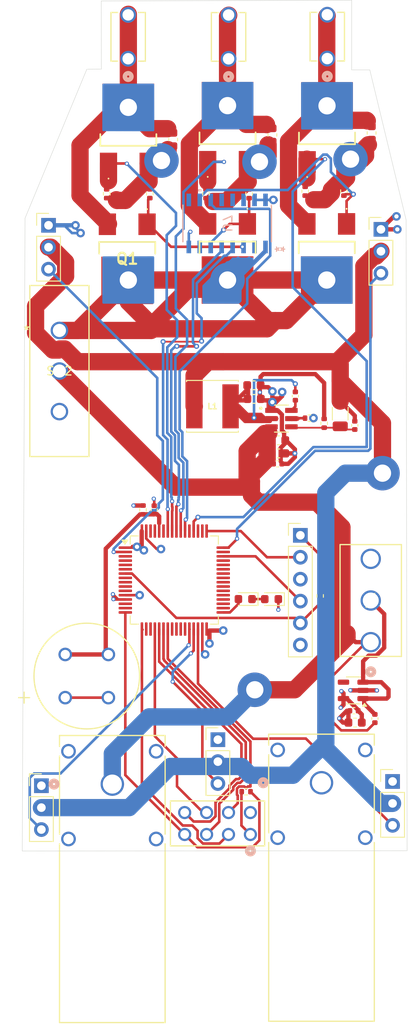
<source format=kicad_pcb>
(kicad_pcb (version 20241229) (generator "pcbnew") (generator_version "9.0")
  (layers (0 "F.Cu" signal) (4 "In1.Cu" power) (6 "In2.Cu" power) (2 "B.Cu" signal) (13 "F.Paste" user) (15 "B.Paste" user) (5 "F.SilkS" user "F.Silkscreen") (7 "B.SilkS" user "B.Silkscreen") (1 "F.Mask" user) (3 "B.Mask" user) (25 "Edge.Cuts" user))
  (net 0 "")
  (net 2 "Net-(D1-A)")
  (net 3 "SPI1_MOSI")
  (net 7 "SPI1_SCK")
  (net 8 "SPI1_CSN")
  (net 9 "SPI1_MISO")
  (net 10 "Vbatt")
  (net 11 "Sw_2")
  (net 14 "SWDIO")
  (net 15 "SWCLK")
  (net 17 "NRST")
  (net 24 "S1_BOOSTED")
  (net 25 "Sw_1")
  (net 31 "Net-(D1-K)")
  (net 34 "Vdc")
  (net 38 "LoadA")
  (net 41 "LoadB")
  (net 42 "LoadC")
  (net 44 "GND")
  (net 47 "V_in")
  (net 48 "+3.3V")
  (net 49 "NRF_IRQ")
  (net 50 "NRF_CE")
  (net 52 "S1")
  (net 53 "S2")
  (net 54 "S3")
  (net 55 "S4")
  (net 56 "S5")
  (net 57 "S6")
  (net 58 "Net-(U2-BOOT0)")
  (net 61 "S3_BOOSTED")
  (net 65 "Net-(U4-SW)")
  (net 66 "Vbst")
  (net 67 "+5V")
  (net 68 "Net-(U4-VFB)")
  (net 69 "LFlap")
  (net 70 "RFlap")
  (net 71 "LElevator")
  (net 72 "RElevator")
  (net 73 "Rudder")
  (net 74 "Net-(U4-EN)")
  (net 75 "S5_BOOSTED")
  (net 78 "DRIVER_ENABLE")
  (footprint "Capacitor_SMD:C_0402_1005Metric" (layer "F.Cu") (at 128.08 107.79 90)
    (property "Reference" "C23" (hide yes))
    (property "Value" "0.1uF")
  )
  (footprint "Capacitor_SMD:C_0402_1005Metric" (layer "F.Cu") (at 118.86 70.44 -90)
    (property "Reference" "C13" (hide yes))
    (property "Value" "0.1uF" (hide yes))
  )
  (footprint "Library3:RJF0408JPD01J3" (layer "F.Cu") (at 111 55.3 180)
    (property "Reference" "Q5" (hide yes))
    (property "Value" "RJF0408JPD-01#J3" (hide yes))
  )
  (footprint "Capacitor_SMD:C_0603_1608Metric" (layer "F.Cu") (at 116.2 40.2 -90)
    (property "Reference" "C9" (hide yes))
    (property "Value" "10uF" (hide yes))
  )
  (footprint "Library3:RJF0408JPD01J3" (layer "F.Cu") (at 99.37 55.34 180)
    (property "Reference" "Q1")
    (property "Value" "RJF0408JPD-01#J3" (hide yes))
  )
  (footprint "Libary1:500SSP1_EWI" (layer "F.Cu") (at 91.51 62.839999)
    (property "Reference" "SW2")
    (property "Value" "500SSP1S2M2QEA")
  )
  (footprint "Library3:RJF0408JPD01J3" (layer "F.Cu") (at 111 38.5)
    (property "Reference" "Q6" (hide yes))
    (property "Value" "RJF0408JPD-01#J3" (hide yes))
  )
  (footprint "Capacitor_SMD:C_0603_1608Metric" (layer "F.Cu") (at 104.7 40.725 -90)
    (property "Reference" "C8" (hide yes))
    (property "Value" "10u" (hide yes))
  )
  (footprint "Resistor_SMD:R_0402_1005Metric" (layer "F.Cu") (at 121.73 93.59 -90)
    (property "Reference" "R1" (hide yes))
    (property "Value" "10k" (hide yes))
  )
  (footprint "Library3:RJF0408JPD01J3" (layer "F.Cu") (at 99.5 38.7)
    (property "Reference" "Q3" (hide yes))
    (property "Value" "RJF0408JPD-01#J3" (hide yes))
  )
  (footprint "Capacitor_SMD:C_0603_1608Metric" (layer "F.Cu") (at 114.08 70.77)
    (property "Reference" "C12" (hide yes))
    (property "Value" "22uF" (hide yes))
  )
  (footprint "Libary1:CONN_105-1102-001" (layer "F.Cu") (at 99.48 31.37 90)
    (property "Reference" "J2" (hide yes))
    (property "Value" "105-1103-001" (hide yes))
  )
  (footprint "Library2:ANT13SEC_CRS" (layer "F.Cu") (at 127.6 98.946 90)
    (property "Reference" "U1")
    (property "Value" "ANT13SECQE" (hide yes))
  )
  (footprint "Capacitor_SMD:C_0402_1005Metric" (layer "F.Cu") (at 125.66 106.89 180)
    (property "Reference" "C2" (hide yes))
    (property "Value" "1uF" (hide yes))
  )
  (footprint "Resistor_SMD:R_0402_1005Metric" (layer "F.Cu") (at 101.2 83.63 90)
    (property "Reference" "R3" (hide yes))
    (property "Value" "10k" (hide yes))
  )
  (footprint "Resistor_SMD:R_0402_1005Metric" (layer "F.Cu") (at 101.99 47 90)
    (property "Reference" "R4" (hide yes))
    (property "Value" "10k" (hide yes))
  )
  (footprint "Library2:CON8_2X4_TU_SSQ" (layer "F.Cu") (at 109.84 119.95)
    (property "Reference" "J1" (hide yes))
    (property "Value" "SSW-104-01-T-D-LL" (hide yes))
  )
  (footprint "Capacitor_SMD:C_0603_1608Metric" (layer "F.Cu") (at 125.785 108.26 180)
    (property "Reference" "C1" (hide yes))
    (property "Value" "10uF" (hide yes))
  )
  (footprint "Resistor_SMD:R_1206_3216Metric" (layer "F.Cu") (at 124.06 72.4825 -90)
    (property "Reference" "R11" (hide yes))
    (property "Value" "54.9k" (hide yes))
  )
  (footprint "Libary1:CONN1_FCR7350R_CLF" (layer "F.Cu") (at 97.6434 115.382695)
    (property "Reference" "J9")
    (property "Value" "FCR7350R")
  )
  (footprint "Connector_PinHeader_2.54mm:PinHeader_1x03_P2.54mm_Vertical" (layer "F.Cu") (at 89.42 115.57)
    (property "Reference" "J12" (hide yes))
    (property "Value" "Conn_01x03" (hide yes))
  )
  (footprint "Package_QFP:LQFP-64_10x10mm_P0.5mm" (layer "F.Cu") (at 104.825 91.75)
    (property "Reference" "U2" (hide yes))
    (property "Value" "STM32F030R8Tx" (hide yes))
  )
  (footprint "Libary1:CONN_105-1102-001" (layer "F.Cu") (at 111.12 31.38 90)
    (property "Reference" "J4" (hide yes))
    (property "Value" "105-1103-001" (hide yes))
  )
  (footprint "Connector_PinHeader_2.54mm:PinHeader_1x03_P2.54mm_Vertical" (layer "F.Cu") (at 109.88 110.24)
    (property "Reference" "J14" (hide yes))
    (property "Value" "Conn_01x03" (hide yes))
  )
  (footprint "Library3:RJF0408JPD01J3" (layer "F.Cu") (at 122.5 55.3 180)
    (property "Reference" "Q9" (hide yes))
    (property "Value" "RJF0408JPD-01#J3" (hide yes))
  )
  (footprint "Package_TO_SOT_SMD:SOT-23-5" (layer "F.Cu") (at 125.5775 104.53 180)
    (property "Reference" "U3" (hide yes))
    (property "Value" "MIC5205-3.3YM5" (hide yes))
  )
  (footprint "Connector_PinHeader_2.54mm:PinHeader_1x03_P2.54mm_Vertical" (layer "F.Cu") (at 130.13 115.08)
    (property "Reference" "J13" (hide yes))
    (property "Value" "Conn_01x03" (hide yes))
  )
  (footprint "Resistor_SMD:R_0402_1005Metric" (layer "F.Cu") (at 113.5 47.01 90)
    (property "Reference" "R8" (hide yes))
    (property "Value" "10k" (hide yes))
  )
  (footprint "Resistor_SMD:R_0402_1005Metric" (layer "F.Cu") (at 120.49 73 180)
    (property "Reference" "R7" (hide yes))
    (property "Value" "10k" (hide yes))
  )
  (footprint "Capacitor_SMD:C_0603_1608Metric" (layer "F.Cu") (at 116.915 75.56)
    (property "Reference" "C5" (hide yes))
    (property "Value" "10uF" (hide yes))
  )
  (footprint "Libary1:3.3uH" (layer "F.Cu") (at 109.25 71.63 180)
    (property "Reference" "L1")
    (property "Value" "3.3 uH" (hide yes))
  )
  (footprint "Diode_SMD:D_0603_1608Metric" (layer "F.Cu") (at 116.1 93.96 180)
    (property "Reference" "R20" (hide yes))
    (property "Value" "1k" (hide yes))
  )
  (footprint "Capacitor_SMD:C_0402_1005Metric" (layer "F.Cu") (at 125.75 73.8325 -90)
    (property "Reference" "C14" (hide yes))
    (property "Value" "0.1uF" (hide yes))
  )
  (footprint "Resistor_SMD:R_0402_1005Metric" (layer "F.Cu") (at 108.5 47.01 -90)
    (property "Reference" "R9" (hide yes))
    (property "Value" "10k" (hide yes))
  )
  (footprint "Resistor_SMD:R_0402_1005Metric" (layer "F.Cu") (at 122.2 73.5925 -90)
    (property "Reference" "R10" (hide yes))
    (property "Value" "10k" (hide yes))
  )
  (footprint "Resistor_SMD:R_0402_1005Metric" (layer "F.Cu") (at 120 46.71 -90)
    (property "Reference" "R5" (hide yes))
    (property "Value" "10k" (hide yes))
  )
  (footprint "Capacitor_SMD:C_0603_1608Metric" (layer "F.Cu") (at 127.7 39.97 -90)
    (property "Reference" "C10" (hide yes))
    (property "Value" "10uF" (hide yes))
  )
  (footprint "Resistor_SMD:R_0402_1005Metric" (layer "F.Cu") (at 113.15 116.26 180)
    (property "Reference" "R2" (hide yes))
    (property "Value" "10k" (hide yes))
  )
  (footprint "Libary1:ServoVoltageRegulator" (layer "F.Cu") (at 117.245 73.05)
    (property "Reference" "U4" (hide yes))
    (property "Value" "TPS565201DDCR" (hide yes))
  )
  (footprint "Library2:D6R90_CNK" (layer "F.Cu") (at 92.185505 105.37 90)
    (property "Reference" "SW1" (hide yes))
    (property "Value" "D6R90F2LFS" (hide yes))
  )
  (footprint "Diode_SMD:D_0603_1608Metric" (layer "F.Cu") (at 113.047 93.955 180)
    (property "Reference" "D1" (hide yes))
    (property "Value" "LED" (hide yes))
  )
  (footprint "Connector_PinHeader_2.54mm:PinHeader_1x03_P2.54mm_Vertical" (layer "F.Cu") (at 128.78 51.13)
    (property "Reference" "J11" (hide yes))
    (property "Value" "Conn_01x03" (hide yes))
  )
  (footprint "Libary1:CONN_105-1102-001" (layer "F.Cu") (at 122.56 31.35 90)
    (property "Reference" "J5" (hide yes))
    (property "Value" "105-1103-001" (hide yes))
  )
  (footprint "Resistor_SMD:R_0402_1005Metric" (layer "F.Cu") (at 96.99 47 -90)
    (property "Reference" "R6" (hide yes))
    (property "Value" "10k" (hide yes))
  )
  (footprint "Capacitor_SMD:C_0603_1608Metric" (layer "F.Cu") (at 114.055 69.19)
    (property "Reference" "C11" (hide yes))
    (property "Value" "22uF" (hide yes))
  )
  (footprint "Capacitor_SMD:C_0402_1005Metric" (layer "F.Cu") (at 102.5 83.62 90)
    (property "Reference" "C4" (hide yes))
    (property "Value" "0.1uF" (hide yes))
  )
  (footprint "Libary1:CONN1_FCR7350R_CLF" (layer "F.Cu") (at 121.89 115.23)
    (property "Reference" "J8")
    (property "Value" "FCR7350R")
  )
  (footprint "Connector_PinHeader_2.54mm:PinHeader_1x06_P2.54mm_Vertical" (layer "F.Cu") (at 119.44 86.57)
    (property "Reference" "J3" (hide yes))
    (property "Value" "Conn_01x06" (hide yes))
  )
  (footprint "Resistor_SMD:R_0402_1005Metric" (layer "F.Cu") (at 124.49 46.71 90)
    (property "Reference" "R12" (hide yes))
    (property "Value" "10k" (hide yes))
  )
  (footprint "Capacitor_SMD:C_0603_1608Metric" (layer "F.Cu") (at 116.915 77.08)
    (property "Reference" "C6" (hide yes))
    (property "Value" "10uF" (hide yes))
  )
  (footprint "Connector_PinHeader_2.54mm:PinHeader_1x03_P2.54mm_Vertical" (layer "F.Cu") (at 90.25 50.66)
    (property "Reference" "J10" (hide yes))
    (property "Value" "Conn_01x03" (hide yes))
  )
  (footprint "Capacitor_SMD:C_0402_1005Metric" (layer "F.Cu") (at 116.81 78.29)
    (property "Reference" "C7" (hide yes))
    (property "Value" "0.1uF" (hide yes))
  )
  (footprint "Library3:RJF0408JPD01J3" (layer "F.Cu") (at 122.53 38.52)
    (property "Reference" "Q10" (hide yes))
    (property "Value" "RJF0408JPD-01#J3" (hide yes))
  )
  (footprint "Libary1:SO16_SOT109-1_NEX" (layer "B.Cu") (at 110.955 50.44585 90)
    (property "Reference" "U7")
    (property "Value" "HEF4104BT_653")
  )
  (gr_line (start 87.525 49.84) (end 94.69 32.58) (stroke (width 0.05)) (layer "Edge.Cuts"))
  (gr_line (start 94.69 32.58) (end 96.37 32.57) (stroke (width 0.05)) (layer "Edge.Cuts"))
  (gr_line (start 127.49 32.66) (end 131.7 50.04) (stroke (width 0.05)) (layer "Edge.Cuts"))
  (gr_line (start 127.49 32.66) (end 125.39 32.66) (stroke (width 0.05)) (layer "Edge.Cuts"))
  (gr_line (start 125.39 24.59) (end 125.39 32.66) (stroke (width 0.05)) (layer "Edge.Cuts"))
  (gr_line (start 96.37 32.57) (end 96.36 24.68) (stroke (width 0.05)) (layer "Edge.Cuts"))
  (gr_line (start 87.2025 123.135) (end 87.525 49.84) (stroke (width 0.05)) (layer "Edge.Cuts"))
  (gr_line (start 131.7 50.04) (end 131.810355 123.105042) (stroke (width 0.05)) (layer "Edge.Cuts"))
  (gr_line (start 96.36 24.68) (end 125.39 24.59) (stroke (width 0.05)) (layer "Edge.Cuts"))
  (gr_line (start 131.810355 123.105042) (end 87.2025 123.135) (stroke (width 0.05)) (layer "Edge.Cuts"))
  (segment (start 112.2595 94.516796) (end 112.2595 93.955) (width 0.3) (layer "F.Cu") (net 2))
  (segment (start 111.276296 95.5) (end 112.2595 94.516796) (width 0.3) (layer "F.Cu") (net 2))
  (segment (start 110.5 95.5) (end 111.276296 95.5) (width 0.3) (layer "F.Cu") (net 2))
  (segment (start 110.038 117.659812) (end 110.038 119.752) (width 0.3) (layer "F.Cu") (net 3))
  (segment (start 103.575 97.425) (end 103.575 100.885) (width 0.3) (layer "F.Cu") (net 3))
  (segment (start 112.463812 115.234) (end 112.152904 115.234) (width 0.3) (layer "F.Cu") (net 3))
  (segment (start 113.11 114.587812) (end 112.463812 115.234) (width 0.3) (layer "F.Cu") (net 3))
  (segment (start 103.647 100.957) (end 103.647 101.052284) (width 0.3) (layer "F.Cu") (net 3))
  (segment (start 103.647 101.052284) (end 113.11 110.515284) (width 0.3) (layer "F.Cu") (net 3))
  (segment (start 112.152904 115.234) (end 111.664 115.722905) (width 0.3) (layer "F.Cu") (net 3))
  (segment (start 111.664 115.722905) (end 111.664 116.033812) (width 0.3) (layer "F.Cu") (net 3))
  (segment (start 103.575 100.885) (end 103.647 100.957) (width 0.3) (layer "F.Cu") (net 3))
  (segment (start 111.664 116.033812) (end 110.038 117.659812) (width 0.3) (layer "F.Cu") (net 3))
  (segment (start 110.038 119.752) (end 108.57 121.22) (width 0.3) (layer "F.Cu") (net 3))
  (segment (start 113.11 110.515284) (end 113.11 114.587812) (width 0.3) (layer "F.Cu") (net 3))
  (segment (start 108.57 118.68) (end 108.174767 118.68) (width 0.3) (layer "F.Cu") (net 7))
  (segment (start 108.174767 118.68) (end 105.142 115.647233) (width 0.3) (layer "F.Cu") (net 7))
  (segment (start 105.142 115.647233) (end 105.142 112.404789) (width 0.3) (layer "F.Cu") (net 7))
  (segment (start 105.142 112.404789) (end 102.575 109.837789) (width 0.3) (layer "F.Cu") (net 7))
  (segment (start 102.575 109.837789) (end 102.575 97.425) (width 0.3) (layer "F.Cu") (net 7))
  (segment (start 108.149217 122.27) (end 110.06 122.27) (width 0.3) (layer "F.Cu") (net 8))
  (segment (start 101.075 97.425) (end 101.075 115.445) (width 0.3) (layer "F.Cu") (net 8))
  (segment (start 101.075 115.445) (end 105.81 120.18) (width 0.3) (layer "F.Cu") (net 8))
  (segment (start 110.06 122.27) (end 111.11 121.22) (width 0.3) (layer "F.Cu") (net 8))
  (segment (start 107.53 121.650783) (end 108.149217 122.27) (width 0.3) (layer "F.Cu") (net 8))
  (segment (start 107.53 120.789217) (end 107.53 121.650783) (width 0.3) (layer "F.Cu") (net 8))
  (segment (start 101.075 97.425) (end 101.147 97.497) (width 0.3) (layer "F.Cu") (net 8))
  (segment (start 106.920783 120.18) (end 107.53 120.789217) (width 0.3) (layer "F.Cu") (net 8))
  (segment (start 105.81 120.18) (end 106.920783 120.18) (width 0.3) (layer "F.Cu") (net 8))
  (segment (start 109.000783 119.72) (end 107.07 119.72) (width 0.3) (layer "F.Cu") (net 9))
  (segment (start 111.97562 114.806001) (end 111.236 115.545622) (width 0.3) (layer "F.Cu") (net 9))
  (segment (start 112.61 110.74) (end 112.61 114.482529) (width 0.3) (layer "F.Cu") (net 9))
  (segment (start 109.61 117.482529) (end 109.61 119.110783) (width 0.3) (layer "F.Cu") (net 9))
  (segment (start 111.236 115.545622) (end 111.236 115.856528) (width 0.3) (layer "F.Cu") (net 9))
  (segment (start 112.61 114.482529) (end 112.286528 114.806) (width 0.3) (layer "F.Cu") (net 9))
  (segment (start 103.075 101.205) (end 112.61 110.74) (width 0.3) (layer "F.Cu") (net 9))
  (segment (start 111.236 115.856528) (end 109.61 117.482529) (width 0.3) (layer "F.Cu") (net 9))
  (segment (start 103.075 97.425) (end 103.075 101.205) (width 0.3) (layer "F.Cu") (net 9))
  (segment (start 109.61 119.110783) (end 109.000783 119.72) (width 0.3) (layer "F.Cu") (net 9))
  (segment (start 112.286528 114.806) (end 111.97562 114.806001) (width 0.3) (layer "F.Cu") (net 9))
  (segment (start 107.07 119.72) (end 106.03 118.68) (width 0.3) (layer "F.Cu") (net 9))
  (segment (start 124.26 85.64) (end 124.26 98.97) (width 2) (layer "F.Cu") (net 10))
  (segment (start 113.272 79.832) (end 113.272 76.823) (width 2) (layer "F.Cu") (net 10))
  (segment (start 115.35 77.98) (end 115.59 77.74) (width 2) (layer "F.Cu") (net 10))
  (segment (start 122.98 107.97) (end 122.98 103.05) (width 0.3) (layer "F.Cu") (net 10))
  (segment (start 124.85 98.38) (end 118.77 104.46) (width 2) (layer "F.Cu") (net 10))
  (segment (start 118.77 104.46) (end 114.16 104.46) (width 2) (layer "F.Cu") (net 10))
  (segment (start 115.73 74.77) (end 115.325 74.77) (width 2) (layer "F.Cu") (net 10))
  (segment (start 114.574 82.73) (end 121.35 82.73) (width 2) (layer "F.Cu") (net 10))
  (segment (start 113.77 80.33) (end 113.272 79.832) (width 2) (layer "F.Cu") (net 10))
  (segment (start 124.17 109.16) (end 122.98 107.97) (width 0.3) (layer "F.Cu") (net 10))
  (segment (start 113.272 79.832) (end 113.498 79.832) (width 2) (layer "F.Cu") (net 10))
  (segment (start 113.77 81.926) (end 114.574 82.73) (width 2) (layer "F.Cu") (net 10))
  (segment (start 115.59 77.74) (end 115.59 75.94) (width 2) (layer "F.Cu") (net 10))
  (segment (start 113.11 80.99) (end 104.96 80.99) (width 2) (layer "F.Cu") (net 10))
  (segment (start 124.85 97.9411) (end 124.85 98.38) (width 2) (layer "F.Cu") (net 10))
  (segment (start 128.08 108.27) (end 127.19 109.16) (width 0.3) (layer "F.Cu") (net 10))
  (segment (start 113.272 76.823) (end 114.044 76.051) (width 2) (layer "F.Cu") (net 10))
  (segment (start 121.35 82.73) (end 124.26 85.64) (width 2) (layer "F.Cu") (net 10))
  (segment (start 113.77 80.33) (end 113.11 80.99) (width 2) (layer "F.Cu") (net 10))
  (segment (start 122.98 103.05) (end 127.084 98.946) (width 0.3) (layer "F.Cu") (net 10))
  (segment (start 127.19 109.16) (end 124.17 109.16) (width 0.3) (layer "F.Cu") (net 10))
  (segment (start 115.325 74.77) (end 114.044 76.051) (width 2) (layer "F.Cu") (net 10))
  (segment (start 115.77 74.705) (end 115.795 74.705) (width 2) (layer "F.Cu") (net 10))
  (segment (start 113.498 79.832) (end 115.35 77.98) (width 2) (layer "F.Cu") (net 10))
  (segment (start 127.084 98.946) (end 127.6 98.946) (width 0.3) (layer "F.Cu") (net 10))
  (segment (start 127.6 98.946) (end 125.8549 98.946) (width 0.5) (layer "F.Cu") (net 10))
  (segment (start 115.795 74.705) (end 115.73 74.77) (width 2) (layer "F.Cu") (net 10))
  (segment (start 104.96 80.99) (end 91.51 67.54) (width 2) (layer "F.Cu") (net 10))
  (segment (start 125.8549 98.946) (end 124.85 97.9411) (width 0.5) (layer "F.Cu") (net 10))
  (segment (start 113.77 80.33) (end 113.77 81.926) (width 2) (layer "F.Cu") (net 10))
  (via (at 114.16 104.46) (size 4) (drill 2) (layers "F.Cu" "B.Cu") (net 10))
  (segment (start 101.9 107.6) (end 97.6434 111.8566) (width 2) (layer "B.Cu") (net 10))
  (segment (start 97.6434 111.8566) (end 97.6434 115.382695) (width 2) (layer "B.Cu") (net 10))
  (segment (start 111.02 107.6) (end 101.9 107.6) (width 2) (layer "B.Cu") (net 10))
  (segment (start 114.16 104.46) (end 111.02 107.6) (width 2) (layer "B.Cu") (net 10))
  (segment (start 114.25 89) (end 110.5 89) (width 0.3) (layer "F.Cu") (net 14))
  (segment (start 119.44 93.49) (end 119.44 94.19) (width 0.3) (layer "F.Cu") (net 14))
  (segment (start 119.44 94.19) (end 114.25 89) (width 0.3) (layer "F.Cu") (net 14))
  (segment (start 119.44 89.11) (end 115.569741 89.11) (width 0.3) (layer "F.Cu") (net 15))
  (segment (start 112.534741 86.075) (end 108.575 86.075) (width 0.3) (layer "F.Cu") (net 15))
  (segment (start 115.569741 89.11) (end 112.534741 86.075) (width 0.3) (layer "F.Cu") (net 15))
  (segment (start 119.33 89) (end 119.44 89.11) (width 0.3) (layer "F.Cu") (net 15))
  (segment (start 118.85 96.14) (end 119.44 96.73) (width 0.3) (layer "F.Cu") (net 17))
  (segment (start 105.066296 96.14) (end 118.85 96.14) (width 0.3) (layer "F.Cu") (net 17))
  (segment (start 99.15 91) (end 99.926296 91) (width 0.3) (layer "F.Cu") (net 17))
  (segment (start 121.73 94.44) (end 119.44 96.73) (width 0.3) (layer "F.Cu") (net 17))
  (segment (start 121.73 94.1) (end 121.73 94.44) (width 0.3) (layer "F.Cu") (net 17))
  (segment (start 99.926296 91) (end 105.066296 96.14) (width 0.3) (layer "F.Cu") (net 17))
  (segment (start 101.8 47.7) (end 101.99 47.51) (width 0.3) (layer "F.Cu") (net 24))
  (segment (start 101.8 50.5) (end 101.8 47.7) (width 0.3) (layer "F.Cu") (net 24))
  (segment (start 104.45 53.15) (end 112.73 53.15) (width 0.3) (layer "F.Cu") (net 24))
  (segment (start 101.8 50.5) (end 104.45 53.15) (width 0.3) (layer "F.Cu") (net 24))
  (via (at 112.73 53.15) (size 0.6) (drill 0.3) (layers "F.Cu" "B.Cu") (net 24))
  (segment (start 113.8345 93.955) (end 115.3075 93.955) (width 0.3) (layer "F.Cu") (net 31))
  (segment (start 115.3075 93.955) (end 115.3125 93.96) (width 0.3) (layer "F.Cu") (net 31))
  (segment (start 102.323 62.363) (end 99.5 59.54) (width 2) (layer "F.Cu") (net 34))
  (segment (start 116.53 61.7) (end 117.8 61.7) (width 2) (layer "F.Cu") (net 34))
  (segment (start 117.8 61.7) (end 122.5 57) (width 2) (layer "F.Cu") (net 34))
  (segment (start 115.58 62.65) (end 116.53 61.7) (width 2) (layer "F.Cu") (net 34))
  (segment (start 116.53 61.7) (end 115.7 61.7) (width 2) (layer "F.Cu") (net 34))
  (segment (start 111 57) (end 122.5 57) (width 2) (layer "F.Cu") (net 34))
  (segment (start 106.42 58.07) (end 107.92 58.07) (width 2) (layer "F.Cu") (net 34))
  (segment (start 99.5 59.54) (end 99.5 57) (width 2) (layer "F.Cu") (net 34))
  (segment (start 115.7 61.7) (end 111 57) (width 2) (layer "F.Cu") (net 34))
  (segment (start 102.323 62.65) (end 102.133001 62.839999) (width 2) (layer "F.Cu") (net 34))
  (segment (start 93.660001 62.839999) (end 99.5 57) (width 2) (layer "F.Cu") (net 34))
  (segment (start 102.323 62.65) (end 102.323 62.363) (width 2) (layer "F.Cu") (net 34))
  (segment (start 102.09 62.417) (end 102.09 62.4) (width 2) (layer "F.Cu") (net 34))
  (segment (start 91.51 62.839999) (end 93.660001 62.839999) (width 2) (layer "F.Cu") (net 34))
  (segment (start 102.323 62.65) (end 102.09 62.417) (width 2) (layer "F.Cu") (net 34))
  (segment (start 102.133001 62.839999) (end 91.51 62.839999) (width 2) (layer "F.Cu") (net 34))
  (segment (start 102.323 62.65) (end 115.58 62.65) (width 2) (layer "F.Cu") (net 34))
  (segment (start 99.5 57) (end 111 57) (width 2) (layer "F.Cu") (net 34))
  (segment (start 102.09 62.4) (end 106.42 58.07) (width 2) (layer "F.Cu") (net 34))
  (via (at 111 57) (size 4) (drill 2) (layers "F.Cu" "B.Cu") (net 34))
  (via (at 99.5 57) (size 4) (drill 2) (layers "F.Cu" "B.Cu") (net 34))
  (via (at 122.5 57) (size 4) (drill 2) (layers "F.Cu" "B.Cu") (net 34))
  (segment (start 115.4 53.17) (end 115.4 53.63355) (width 0.5) (layer "B.Cu") (net 34))
  (segment (start 112.03355 57) (end 111 57) (width 0.5) (layer "B.Cu") (net 34))
  (segment (start 115.4 53.63355) (end 112.03355 57) (width 0.5) (layer "B.Cu") (net 34))
  (segment (start 93.9 47.2) (end 93.9 41.4) (width 2) (layer "F.Cu") (net 38))
  (segment (start 99.5 37) (end 101.972 39.472) (width 2) (layer "F.Cu") (net 38))
  (segment (start 101.972 39.472) (end 104.068 39.472) (width 2) (layer "F.Cu") (net 38))
  (segment (start 97.2 50.5) (end 93.9 47.2) (width 2) (layer "F.Cu") (net 38))
  (segment (start 93.9 41.4) (end 98.3 37) (width 2) (layer "F.Cu") (net 38))
  (segment (start 99.5 37) (end 99.5 26.22) (width 2) (layer "F.Cu") (net 38))
  (segment (start 98.3 37) (end 99.5 37) (width 2) (layer "F.Cu") (net 38))
  (via (at 99.5 37) (size 4) (drill 2) (layers "F.Cu" "B.Cu") (net 38))
  (segment (start 111 36.8) (end 113.172 38.972) (width 2) (layer "F.Cu") (net 41))
  (segment (start 106.572 48.372) (end 106.572 41.228) (width 2) (layer "F.Cu") (net 41))
  (segment (start 115.492 38.972) (end 115.52 39) (width 2) (layer "F.Cu") (net 41))
  (segment (start 106.572 41.228) (end 111 36.8) (width 2) (layer "F.Cu") (net 41))
  (segment (start 113.172 38.972) (end 115.492 38.972) (width 2) (layer "F.Cu") (net 41))
  (segment (start 108.7 50.5) (end 106.572 48.372) (width 2) (layer "F.Cu") (net 41))
  (segment (start 111 36.8) (end 111 26.46465) (width 2) (layer "F.Cu") (net 41))
  (segment (start 111 26.46465) (end 111.13855 26.3261) (width 2) (layer "F.Cu") (net 41))
  (via (at 111 36.8) (size 4) (drill 2) (layers "F.Cu" "B.Cu") (net 41))
  (segment (start 118.072 40.928) (end 122.5 36.5) (width 2) (layer "F.Cu") (net 42))
  (segment (start 122.5 36.5) (end 122.5 26.45) (width 2) (layer "F.Cu") (net 42))
  (segment (start 122.5 26.45) (end 122.55 26.4) (width 2) (layer "F.Cu") (net 42))
  (segment (start 118.072 48.372) (end 118.072 40.928) (width 2) (layer "F.Cu") (net 42))
  (segment (start 120.2 50.5) (end 118.072 48.372) (width 2) (layer "F.Cu") (net 42))
  (segment (start 122.5 36.5) (end 124.5 38.5) (width 2) (layer "F.Cu") (net 42))
  (segment (start 127.13 38.5) (end 127.2 38.57) (width 2) (layer "F.Cu") (net 42))
  (segment (start 124.5 38.5) (end 127.13 38.5) (width 2) (layer "F.Cu") (net 42))
  (via (at 122.53 36.82) (size 4) (drill 2) (layers "F.Cu" "B.Cu") (net 42))
  (segment (start 117.33 70.36) (end 116.97 70.72) (width 0.3) (layer "F.Cu") (net 44))
  (segment (start 117.297 74.410416) (end 117.559584 74.673) (width 0.5) (layer "F.Cu") (net 44))
  (segment (start 114.825 69.41) (end 115.71 69.41) (width 0.5) (layer "F.Cu") (net 44))
  (segment (start 114.825 68.205) (end 115.14 67.89) (width 0.5) (layer "F.Cu") (net 44))
  (segment (start 117.33 69.97) (end 117.33 70.36) (width 0.3) (layer "F.Cu") (net 44))
  (segment (start 130.68 51.13) (end 130.88 51.13) (width 0.5) (layer "F.Cu") (net 44))
  (segment (start 101.575 86.945) (end 101.575 86.075) (width 0.3) (layer "F.Cu") (net 44))
  (segment (start 117.16 76.77) (end 117.16 76.44) (width 0.5) (layer "F.Cu") (net 44))
  (segment (start 114.745 70.01) (end 114.745 69.78) (width 0.5) (layer "F.Cu") (net 44))
  (segment (start 126.715 104.53) (end 128.3 104.53) (width 0.5) (layer "F.Cu") (net 44))
  (segment (start 116.61 71.16) (end 116.6 71.16) (width 0.5) (layer "F.Cu") (net 44))
  (segment (start 118.8 77.5) (end 118.81 77.51) (width 0.5) (layer "F.Cu") (net 44))
  (segment (start 118.8 77.12) (end 118.76 77.08) (width 0.5) (layer "F.Cu") (net 44))
  (segment (start 116.2 69.927) (end 116.2 69.9) (width 0.3) (layer "F.Cu") (net 44))
  (segment (start 122.26 47.7) (end 121 47.7) (width 2) (layer "F.Cu") (net 44))
  (segment (start 108.075 100.035) (end 108.4 100.36) (width 0.3) (layer "F.Cu") (net 44))
  (segment (start 101.34 45.6) (end 99.16 47.78) (width 2) (layer "F.Cu") (net 44))
  (segment (start 124.8 43.9) (end 124.8 45.16) (width 2) (layer "F.Cu") (net 44))
  (segment (start 124.8 43.9) (end 124.6 44.1) (width 2) (layer "F.Cu") (net 44))
  (segment (start 116.2 71.333) (end 116.08 71.453) (width 0.5) (layer "F.Cu") (net 44))
  (segment (start 128.78 51.13) (end 130.68 51.13) (width 0.5) (layer "F.Cu") (net 44))
  (segment (start 114.825 69.41) (end 114.825 68.205) (width 0.5) (layer "F.Cu") (net 44))
  (segment (start 98.190684 47.78) (end 98.111684 47.701) (width 2) (layer "F.Cu") (net 44))
  (segment (start 116.2 71.14) (end 116.2 71.333) (width 0.5) (layer "F.Cu") (net 44))
  (segment (start 118.8 76.62) (end 118.8 77.08) (width 0.5) (layer "F.Cu") (net 44))
  (segment (start 118.76 77.08) (end 117.69 77.08) (width 0.5) (layer "F.Cu") (net 44))
  (segment (start 114.835 70.685) (end 114.64 70.88) (width 0.5) (layer "F.Cu") (net 44))
  (segment (start 121.76 68.48) (end 122.2 68.92) (width 0.5) (layer "F.Cu") (net 44))
  (segment (start 104.1 42.4) (end 104.1 41.92) (width 2) (layer "F.Cu") (net 44))
  (segment (start 101.9 43.6) (end 101.9 45.6) (width 2) (layer "F.Cu") (net 44))
  (segment (start 113.3 45.5) (end 113.4 45.6) (width 2) (layer "F.Cu") (net 44))
  (segment (start 116.8875 95.19) (end 116.8875 95.2375) (width 0.3) (layer "F.Cu") (net 44))
  (segment (start 114.745 70.21) (end 114.745 70.01) (width 0.5) (layer "F.Cu") (net 44))
  (segment (start 116.2 70.65) (end 116.2 69.9) (width 0.5) (layer "F.Cu") (net 44))
  (segment (start 101.8 43.5) (end 101.9 43.6) (width 2) (layer "F.Cu") (net 44))
  (segment (start 117.33 69.97) (end 117.33 70.44) (width 0.5) (layer "F.Cu") (net 44))
  (segment (start 101.8 43.5) (end 103 43.5) (width 2) (layer "F.Cu") (net 44))
  (segment (start 115 43.3) (end 115.7 42.6) (width 2) (layer "F.Cu") (net 44))
  (segment (start 104.1 41.92) (end 104.07 41.89) (width 2) (layer "F.Cu") (net 44))
  (segment (start 118.8 77.08) (end 118.8 77.12) (width 0.5) (layer "F.Cu") (net 44))
  (segment (start 124.8 43) (end 124.8 43.9) (width 2) (layer "F.Cu") (net 44))
  (segment (start 124.83 106.89) (end 123.95 107.77) (width 0.5) (layer "F.Cu") (net 44))
  (segment (start 124.138 45.822) (end 123.778106 45.822) (width 2) (layer "F.Cu") (net 44))
  (segment (start 117.297 72.582) (end 117.297 74.410416) (width 0.5) (layer "F.Cu") (net 44))
  (segment (start 114.745 70.21) (end 114.745 70.88) (width 0.5) (layer "F.Cu") (net 44))
  (segment (start 113.3 45.5) (end 110.9 47.9) (width 2) (layer "F.Cu") (net 44))
  (segment (start 117.559584 74.673) (end 117.559584 75.429584) (width 0.5) (layer "F.Cu") (net 44))
  (segment (start 115.77 70.94) (end 116.05 70.94) (width 0.5) (layer "F.Cu") (net 44))
  (segment (start 103 43.5) (end 103.34 43.16) (width 2) (layer "F.Cu") (net 44))
  (segment (start 125.27 104.53) (end 125.25 104.51) (width 0.5) (layer "F.Cu") (net 44))
  (segment (start 121.17 67.89) (end 122.2 68.92) (width 0.5) (layer "F.Cu") (net 44))
  (segment (start 116.2 69.9) (end 116.2 71.14) (width 0.5) (layer "F.Cu") (net 44))
  (segment (start 123.042 46.558106) (end 123.042 46.918) (width 2) (layer "F.Cu") (net 44))
  (segment (start 103.34 43.16) (end 104.1 42.4) (width 2) (layer "F.Cu") (net 44))
  (segment (start 125.01 107.06) (end 125.18 106.89) (width 0.5) (layer "F.Cu") (net 44))
  (segment (start 116.8875 93.96) (end 116.8875 95.19) (width 0.3) (layer "F.Cu") (net 44))
  (segment (start 125.01 108.26) (end 125.01 107.06) (width 0.5) (layer "F.Cu") (net 44))
  (segment (start 115.7 42.6) (end 115.7 41.34) (width 2) (layer "F.Cu") (net 44))
  (segment (start 116.09 72.1) (end 116.815 72.1) (width 0.5) (layer "F.Cu") (net 44))
  (segment (start 117.76 75.56) (end 118.81 76.61) (width 0.5) (layer "F.Cu") (net 44))
  (segment (start 125.18 106.89) (end 124.83 106.89) (width 0.5) (layer "F.Cu") (net 44))
  (segment (start 125.26 43) (end 126.6 43) (width 2) (layer "F.Cu") (net 44))
  (segment (start 126.715 104.53) (end 125.27 104.53) (width 0.5) (layer "F.Cu") (net 44))
  (segment (start 99.15 93.5) (end 100.81 93.5) (width 0.3) (layer "F.Cu") (net 44))
  (segment (start 118.8 77.12) (end 118.8 77.5) (width 0.5) (layer "F.Cu") (net 44))
  (segment (start 128.3 104.53) (end 128.32 104.55) (width 0.5) (layer "F.Cu") (net 44))
  (segment (start 115.14 67.89) (end 121.17 67.89) (width 0.5) (layer "F.Cu") (net 44))
  (segment (start 117.69 75.56) (end 117.76 75.56) (width 0.5) (layer "F.Cu") (net 44))
  (segment (start 108.075 97.425) (end 108.075 100.035) (width 0.3) (layer "F.Cu") (net 44))
  (segment (start 114.745 70.88) (end 114.805 70.94) (width 0.5) (layer "F.Cu") (net 44))
  (segment (start 115.77 71.78) (end 115.77 70.94) (width 0.5) (layer "F.Cu") (net 44))
  (segment (start 100.81 93.5) (end 100.82 93.49) (width 0.3) (layer "F.Cu") (net 44))
  (segment (start 127 42.6) (end 127 41.66) (width 2) (layer "F.Cu") (net 44))
  (segment (start 123.042 46.918) (end 122.26 47.7) (width 2) (layer "F.Cu") (net 44))
  (segment (start 124.6 44.1) (end 124.6 45.3) (width 2) (layer "F.Cu") (net 44))
  (segment (start 116.8875 95.2375) (end 116.89 95.24) (width 0.3) (layer "F.Cu") (net 44))
  (segment (start 100.1 83.12) (end 101.2 83.12) (width 0.5) (layer "F.Cu") (net 44))
  (segment (start 116.08 71.453) (end 116.08 71.78) (width 0.5) (layer "F.Cu") (net 44))
  (segment (start 113.3 43.3) (end 114.7 43.3) (width 2) (layer "F.Cu") (net 44))
  (segment (start 116.97 70.72) (end 116.27 70.72) (width 0.5) (layer "F.Cu") (net 44))
  (segment (start 102.79 88.16) (end 101.575 86.945) (width 0.3) (layer "F.Cu") (net 44))
  (segment (start 118.03 78.29) (end 117.29 78.29) (width 0.5) (layer "F.Cu") (net 44))
  (segment (start 117.16 76.44) (end 117.69 75.91) (width 0.5) (layer "F.Cu") (net 44))
  (segment (start 116.307 71.883) (end 116.09 72.1) (width 0.5) (layer "F.Cu") (net 44))
  (segment (start 118.81 77.51) (end 118.03 78.29) (width 0.5) (layer "F.Cu") (net 44))
  (segment (start 116.307 71.453) (end 116.307 71.883) (width 0.5) (layer "F.Cu") (net 44))
  (segment (start 130.58 49.63) (end 130.28 49.63) (width 0.5) (layer "F.Cu") (net 44))
  (segment (start 116.815 72.1) (end 117.297 72.582) (width 0.5) (layer "F.Cu") (net 44))
  (segment (start 99.16 47.78) (end 98.190684 47.78) (width 2) (layer "F.Cu") (net 44))
  (segment (start 124.8 43) (end 125.26 43) (width 2) (layer "F.Cu") (net 44))
  (segment (start 116.27 70.72) (end 116.2 70.65) (width 0.5) (layer "F.Cu") (net 44))
  (segment (start 115.7 41.34) (end 115.69 41.33) (width 2) (layer "F.Cu") (net 44))
  (segment (start 116.05 70.94) (end 116.27 70.72) (width 0.5) (layer "F.Cu") (net 44))
  (segment (start 117.559584 75.429584) (end 117.69 75.56) (width 0.5) (layer "F.Cu") (net 44))
  (segment (start 127 41.66) (end 127.33 41.33) (width 2) (layer "F.Cu") (net 44))
  (segment (start 110.9 47.9) (end 109.3 47.9) (width 2) (layer "F.Cu") (net 44))
  (segment (start 114.7 43.3) (end 115 43.3) (width 2) (layer "F.Cu") (net 44))
  (segment (start 114.805 70.94) (end 115.77 70.94) (width 0.5) (layer "F.Cu") (net 44))
  (segment (start 118.81 76.61) (end 118.8 76.62) (width 0.5) (layer "F.Cu") (net 44))
  (segment (start 126.6 43) (end 127 42.6) (width 2) (layer "F.Cu") (net 44))
  (segment (start 116.09 72.1) (end 115.77 71.78) (width 0.5) (layer "F.Cu") (net 44))
  (segment (start 103.28 88.16) (end 102.79 88.16) (width 0.3) (layer "F.Cu") (net 44))
  (segment (start 117.16 78) (end 117.16 76.77) (width 0.5) (layer "F.Cu") (net 44))
  (segment (start 117.33 70.44) (end 116.61 71.16) (width 0.5) (layer "F.Cu") (net 44))
  (segment (start 123.778106 45.822) (end 123.042 46.558106) (width 2) (layer "F.Cu") (net 44))
  (segment (start 122.2 68.92) (end 122.2 73.0825) (width 0.5) (layer "F.Cu") (net 44))
  (segment (start 101.9 45.6) (end 101.34 45.6) (width 2) (layer "F.Cu") (net 44))
  (segment (start 125.01 108.26) (end 124.39 108.26) (width 0.5) (layer "F.Cu") (net 44))
  (segment (start 124.8 45.16) (end 124.138 45.822) (width 2) (layer "F.Cu") (net 44))
  (segment (start 115.71 69.41) (end 116.2 69.9) (width 0.5) (layer "F.Cu") (net 44))
  (segment (start 113.3 43.3) (end 113.3 45.5) (width 2) (layer "F.Cu") (net 44))
  (segment (start 116.6 71.16) (end 116.307 71.453) (width 0.5) (layer "F.Cu") (net 44))
  (segment (start 124.39 108.26) (end 123.95 107.82) (width 0.5) (layer "F.Cu") (net 44))
  (segment (start 130.28 49.63) (end 128.78 51.13) (width 0.5) (layer "F.Cu") (net 44))
  (via (at 93.37 50.66) (size 1) (drill 0.5) (layers "F.Cu" "B.Cu") (net 44))
  (via (at 130.68 51.13) (size 1) (drill 0.5) (layers "F.Cu" "B.Cu") (net 44))
  (via (at 114.7 43.3) (size 4) (drill 2) (layers "F.Cu" "B.Cu") (net 44))
  (via (at 93.96 51.56) (size 1) (drill 0.5) (layers "F.Cu" "B.Cu") (net 44))
  (via (at 103.28 88.16) (size 1) (drill 0.5) (layers "F.Cu" "B.Cu") (net 44))
  (via (at 116.2 71.14) (size 1) (drill 0.5) (layers "F.Cu" "B.Cu") (net 44))
  (via (at 116.8875 95.19) (size 0.5) (drill 0.27) (layers "F.Cu" "B.Cu") (net 44))
  (via (at 116.2 69.9) (size 1) (drill 0.5) (layers "F.Cu" "B.Cu") (net 44))
  (via (at 100.81 93.5) (size 1) (drill 0.5) (layers "F.Cu" "B.Cu") (net 44))
  (via (at 103.34 43.16) (size 4) (drill 2) (layers "F.Cu" "B.Cu") (net 44))
  (via (at 130.58 49.63) (size 1) (drill 0.5) (layers "F.Cu" "B.Cu") (net 44))
  (via (at 125.26 43) (size 4) (drill 2) (layers "F.Cu" "B.Cu") (net 44))
  (via (at 117.33 69.97) (size 1) (drill 0.5) (layers "F.Cu" "B.Cu") (net 44))
  (via (at 114.745 70.01) (size 0.5) (drill 0.27) (layers "F.Cu" "B.Cu") (net 44))
  (via (at 118.8 77.08) (size 0.6) (drill 0.3) (layers "F.Cu" "B.Cu") (net 44))
  (via (at 125.24 104.51) (size 0.5) (drill 0.27) (layers "F.Cu" "B.Cu") (net 44))
  (via (at 128.3 104.53) (size 0.5) (drill 0.27) (layers "F.Cu" "B.Cu") (net 44))
  (via (at 123.95 107.77) (size 0.5) (drill 0.27) (layers "F.Cu" "B.Cu") (net 44))
  (via (at 100.1 83.12) (size 0.5) (drill 0.27) (layers "F.Cu" "B.Cu") (net 44))
  (via (at 106.69 51.41) (size 0.5) (drill 0.27) (layers "F.Cu" "B.Cu") (net 44))
  (via (at 108.4 100.36) (size 1) (drill 0.5) (layers "F.Cu" "B.Cu") (net 44))
  (segment (start 106.51 53.17) (end 106.51 51.56) (width 0.3) (layer "B.Cu") (net 44))
  (segment (start 93.37 50.66) (end 93.37 50.97) (width 0.3) (layer "B.Cu") (net 44))
  (segment (start 90.25 50.66) (end 92.07 50.66) (width 0.5) (layer "B.Cu") (net 44))
  (segment (start 93.37 50.97) (end 93.96 51.56) (width 0.3) (layer "B.Cu") (net 44))
  (segment (start 92.07 50.66) (end 93.37 50.66) (width 0.5) (layer "B.Cu") (net 44))
  (segment (start 92.97 51.56) (end 92.07 50.66) (width 0.3) (layer "B.Cu") (net 44))
  (segment (start 93.96 51.56) (end 92.97 51.56) (width 0.3) (layer "B.Cu") (net 44))
  (segment (start 93.35 50.66) (end 93.37 50.66) (width 0.3) (layer "B.Cu") (net 44))
  (segment (start 106.51 51.56) (end 106.69 51.38) (width 0.3) (layer "B.Cu") (net 44))
  (segment (start 128.245801 100.5051) (end 129.1591 99.591801) (width 0.5) (layer "F.Cu") (net 47))
  (segment (start 128.08 107.31) (end 126.84 106.07) (width 0.5) (layer "F.Cu") (net 47))
  (segment (start 129.1591 98.7109) (end 129.16 98.71) (width 0.5) (layer "F.Cu") (net 47))
  (segment (start 129.1591 99.591801) (end 129.1591 98.7109) (width 0.5) (layer "F.Cu") (net 47))
  (segment (start 128.82 103.58) (end 129.66 104.42) (width 0.5) (layer "F.Cu") (net 47))
  (segment (start 129.45 105.48) (end 126.715 105.48) (width 0.5) (layer "F.Cu") (net 47))
  (segment (start 126.84 106.07) (end 126.84 105.605) (width 0.5) (layer "F.Cu") (net 47))
  (segment (start 129.16 95.68) (end 127.6 94.12) (width 0.5) (layer "F.Cu") (net 47))
  (segment (start 129.66 105.27) (end 129.45 105.48) (width 0.5) (layer "F.Cu") (net 47))
  (segment (start 126.84 105.605) (end 126.715 105.48) (width 0.5) (layer "F.Cu") (net 47))
  (segment (start 126.715 103.58) (end 128.82 103.58) (width 0.5) (layer "F.Cu") (net 47))
  (segment (start 127.3649 100.5051) (end 128.245801 100.5051) (width 0.5) (layer "F.Cu") (net 47))
  (segment (start 126.715 101.155) (end 127.3649 100.5051) (width 0.5) (layer "F.Cu") (net 47))
  (segment (start 129.16 98.71) (end 129.16 95.68) (width 0.5) (layer "F.Cu") (net 47))
  (segment (start 126.715 103.58) (end 126.715 101.155) (width 0.5) (layer "F.Cu") (net 47))
  (segment (start 129.66 104.42) (end 129.66 105.27) (width 0.5) (layer "F.Cu") (net 47))
  (segment (start 97.81 94) (end 97.71 93.9) (width 0.3) (layer "F.Cu") (net 48))
  (segment (start 121.73 88.86) (end 119.44 86.57) (width 0.3) (layer "F.Cu") (net 48))
  (segment (start 121.73 93.08) (end 121.73 88.86) (width 0.3) (layer "F.Cu") (net 48))
  (segment (start 110.5 97.6) (end 108.9 97.6) (width 0.5) (layer "F.Cu") (net 48))
  (segment (start 98.29 94) (end 98.29 93.97) (width 0.3) (layer "F.Cu") (net 48))
  (segment (start 101 88) (end 101 87.9) (width 0.5) (layer "F.Cu") (net 48))
  (segment (start 101.3 88.3) (end 101 88) (width 0.5) (layer "F.Cu") (net 48))
  (segment (start 126.56 108.26) (end 126.56 107.31) (width 0.5) (layer "F.Cu") (net 48))
  (segment (start 126.14 106.89) (end 126.14 106.803556) (width 0.5) (layer "F.Cu") (net 48))
  (segment (start 126.56 107.31) (end 126.14 106.89) (width 0.5) (layer "F.Cu") (net 48))
  (segment (start 102.5 82.38) (end 102.45 82.33) (width 0.3) (layer "F.Cu") (net 48))
  (segment (start 97.185495 105.37) (end 92.185505 105.37) (width 0.3) (layer "F.Cu") (net 48))
  (segment (start 99.15 94) (end 98.29 94) (width 0.3) (layer "F.Cu") (net 48))
  (segment (start 124.44 104.87) (end 124.19 104.62) (width 0.5) (layer "F.Cu") (net 48))
  (segment (start 126.14 106.803556) (end 124.816444 105.48) (width 0.5) (layer "F.Cu") (net 48))
  (segment (start 113.65 121.22) (end 112.61 120.18) (width 0.3) (layer "F.Cu") (net 48))
  (segment (start 98.29 93.97) (end 97.71 93.39) (width 0.3) (layer "F.Cu") (net 48))
  (segment (start 124.44 106.21) (end 124.115 106.535) (width 0.5) (layer "F.Cu") (net 48))
  (segment (start 101.047 87.853) (end 101.047 86.075) (width 0.5) (layer "F.Cu") (net 48))
  (segment (start 124.44 105.48) (end 124.44 106.21) (width 0.5) (layer "F.Cu") (net 48))
  (segment (start 124.44 105.48) (end 124.44 104.87) (width 0.5) (layer "F.Cu") (net 48))
  (segment (start 112.61 116.29) (end 112.64 116.26) (width 0.3) (layer "F.Cu") (net 48))
  (segment (start 100.9 87.9) (end 100.5 87.9) (width 0.5) (layer "F.Cu") (net 48))
  (segment (start 124.816444 105.48) (end 124.44 105.48) (width 0.5) (layer "F.Cu") (net 48))
  (segment (start 97.71 93.39) (end 97.71 93.9) (width 0.3) (layer "F.Cu") (net 48))
  (segment (start 97.71 93.9) (end 97.775 93.965) (width 0.3) (layer "F.Cu") (net 48))
  (segment (start 112.61 120.18) (end 112.61 116.29) (width 0.3) (layer "F.Cu") (net 48))
  (segment (start 101 87.9) (end 101.047 87.853) (width 0.5) (layer "F.Cu") (net 48))
  (segment (start 124.115 106.535) (end 124.1 106.55) (width 0.5) (layer "F.Cu") (net 48))
  (segment (start 101.3 88.3) (end 100.9 87.9) (width 0.5) (layer "F.Cu") (net 48))
  (segment (start 100.5 87.9) (end 100 87.9) (width 0.5) (layer "F.Cu") (net 48))
  (segment (start 108.9 97.6) (end 108.9 99.1) (width 0.5) (layer "F.Cu") (net 48))
  (segment (start 102.5 83.14) (end 102.5 82.38) (width 0.3) (layer "F.Cu") (net 48))
  (segment (start 97.775 93.965) (end 97.82 94.01) (width 0.3) (layer "F.Cu") (net 48))
  (segment (start 98.29 94) (end 97.81 94) (width 0.3) (layer "F.Cu") (net 48))
  (via (at 124.115 106.535) (size 0.5) (drill 0.27) (layers "F.Cu" "B.Cu") (net 48))
  (via (at 110.5 97.6) (size 1) (drill 0.5) (layers "F.Cu" "B.Cu") (net 48))
  (via (at 101.3 88.3) (size 1) (drill 0.5) (layers "F.Cu" "B.Cu") (net 48))
  (via (at 120.96 72.99) (size 1) (drill 0.5) (layers "F.Cu" "B.Cu") (net 48))
  (via (at 116.31 47.7217) (size 1) (drill 0.5) (layers "F.Cu" "B.Cu") (net 48))
  (via (at 124.19 104.62) (size 0.5) (drill 0.27) (layers "F.Cu" "B.Cu") (net 48))
  (via (at 102.45 82.33) (size 0.5) (drill 0.27) (layers "F.Cu" "B.Cu") (net 48))
  (via (at 97.775 93.965) (size 0.5) (drill 0.27) (layers "F.Cu" "B.Cu") (net 48))
  (via (at 100.5 87.9) (size 1) (drill 0.5) (layers "F.Cu" "B.Cu") (net 48))
  (via (at 97.71 93.39) (size 0.5) (drill 0.27) (layers "F.Cu" "B.Cu") (net 48))
  (via (at 108.9 99.1) (size 1) (drill 0.5) (layers "F.Cu" "B.Cu") (net 48))
  (segment (start 116.31 47.7217) (end 116.6517 47.7217) (width 0.3) (layer "B.Cu") (net 48))
  (segment (start 114.13 47.7217) (end 115.4 47.7217) (width 0.3) (layer "B.Cu") (net 48))
  (segment (start 116.6517 47.7217) (end 116.7 47.77) (width 0.3) (layer "B.Cu") (net 48))
  (segment (start 115.4 47.7217) (end 116.31 47.7217) (width 0.3) (layer "B.Cu") (net 48))
  (segment (start 114.69 121.9) (end 113.892 122.698) (width 0.3) (layer "F.Cu") (net 49))
  (segment (start 99.15 95.5) (end 99.15 114.34) (width 0.3) (layer "F.Cu") (net 49))
  (segment (start 113.66 116.26) (end 114.69 117.29) (width 0.3) (layer "F.Cu") (net 49))
  (segment (start 99.15 114.34) (end 106.03 121.22) (width 0.3) (layer "F.Cu") (net 49))
  (segment (start 114.69 117.29) (end 114.69 121.9) (width 0.3) (layer "F.Cu") (net 49))
  (segment (start 113.892 122.698) (end 107.508 122.698) (width 0.3) (layer "F.Cu") (net 49))
  (segment (start 107.508 122.698) (end 106.03 121.22) (width 0.3) (layer "F.Cu") (net 49))
  (segment (start 113.350188 115.662) (end 113.15 115.862188) (width 0.3) (layer "F.Cu") (net 50))
  (segment (start 113.65 110.45) (end 113.65 115.662) (width 0.3) (layer "F.Cu") (net 50))
  (segment (start 112.330188 115.662) (end 112.092 115.900188) (width 0.3) (layer "F.Cu") (net 50))
  (segment (start 113.15 115.862188) (end 112.949812 115.662) (width 0.3) (layer "F.Cu") (net 50))
  (segment (start 104.075 97.425) (end 104.075 100.875) (width 0.3) (layer "F.Cu") (net 50))
  (segment (start 112.182 116.709812) (end 112.182 117.608) (width 0.3) (layer "F.Cu") (net 50))
  (segment (start 112.182 117.608) (end 111.11 118.68) (width 0.3) (layer "F.Cu") (net 50))
  (segment (start 112.092 116.619812) (end 112.182 116.709812) (width 0.3) (layer "F.Cu") (net 50))
  (segment (start 112.949812 115.662) (end 112.330188 115.662) (width 0.3) (layer "F.Cu") (net 50))
  (segment (start 112.092 115.900188) (end 112.092 116.619812) (width 0.3) (layer "F.Cu") (net 50))
  (segment (start 113.65 115.662) (end 113.350188 115.662) (width 0.3) (layer "F.Cu") (net 50))
  (segment (start 104.075 100.875) (end 113.65 110.45) (width 0.3) (layer "F.Cu") (net 50))
  (segment (start 104.075 86.075) (end 104.075 83.53) (width 0.3) (layer "F.Cu") (net 52))
  (segment (start 107.927 64.14) (end 107.99 64.077) (width 0.2) (layer "F.Cu") (net 52))
  (segment (start 103.53 64.14) (end 107.927 64.14) (width 0.2) (layer "F.Cu") (net 52))
  (segment (start 104.075 83.53) (end 104.075 83.5) (width 0.3) (layer "F.Cu") (net 52))
  (via (at 107.99 64.077) (size 0.6) (drill 0.3) (layers "F.Cu" "B.Cu") (net 52))
  (via (at 104.075 83.53) (size 0.5) (drill 0.27) (layers "F.Cu" "B.Cu") (net 52))
  (via (at 103.53 64.14) (size 0.6) (drill 0.3) (layers "F.Cu" "B.Cu") (net 52))
  (segment (start 110.056421 54.722) (end 110.078 54.722) (width 0.3) (layer "B.Cu") (net 52))
  (segment (start 107.43 60.86) (end 107.43 57.37) (width 0.3) (layer "B.Cu") (net 52))
  (segment (start 107.43 57.37) (end 108.722 56.078) (width 0.3) (layer "B.Cu") (net 52))
  (segment (start 107.99 61.42) (end 107.43 60.86) (width 0.3) (layer "B.Cu") (net 52))
  (segment (start 108.722 56.078) (end 108.722 56.056421) (width 0.3) (layer "B.Cu") (net 52))
  (segment (start 107.99 64.077) (end 107.99 61.42) (width 0.3) (layer "B.Cu") (net 52))
  (segment (start 104.047 83.502) (end 104.075 83.53) (width 0.3) (layer "B.Cu") (net 52))
  (segment (start 108.722 56.056421) (end 110.056421 54.722) (width 0.3) (layer "B.Cu") (net 52))
  (segment (start 111.59 53.45295) (end 111.59 53.17) (width 0.3) (layer "B.Cu") (net 52))
  (segment (start 110.62175 54.17825) (end 110.8647 54.17825) (width 0.3) (layer "B.Cu") (net 52))
  (segment (start 103.53 74.96) (end 104.047 75.477) (width 0.3) (layer "B.Cu") (net 52))
  (segment (start 110.8647 54.17825) (end 111.59 53.45295) (width 0.3) (layer "B.Cu") (net 52))
  (segment (start 104.1 83.475) (end 104.075 83.5) (width 0.3) (layer "B.Cu") (net 52))
  (segment (start 103.53 64.14) (end 103.53 74.96) (width 0.3) (layer "B.Cu") (net 52))
  (segment (start 104.047 75.477) (end 104.047 83.502) (width 0.3) (layer "B.Cu") (net 52))
  (segment (start 110.078 54.722) (end 110.62175 54.17825) (width 0.3) (layer "B.Cu") (net 52))
  (segment (start 104.575 86.075) (end 104.575 83.746705) (width 0.3) (layer "F.Cu") (net 53))
  (segment (start 104.603 83.718705) (end 104.603 83.281295) (width 0.3) (layer "F.Cu") (net 53))
  (segment (start 104.575 83.746705) (end 104.603 83.718705) (width 0.3) (layer "F.Cu") (net 53))
  (segment (start 97.2 43.5) (end 99.3 43.5) (width 0.3) (layer "F.Cu") (net 53))
  (segment (start 104.603 83.281295) (end 104.575 83.253295) (width 0.3) (layer "F.Cu") (net 53))
  (segment (start 104.575 83.253295) (end 104.575 82.625) (width 0.3) (layer "F.Cu") (net 53))
  (segment (start 97.2 43.5) (end 97.2 45.5) (width 2) (layer "F.Cu") (net 53))
  (via (at 104.575 82.625) (size 0.5) (drill 0.27) (layers "F.Cu" "B.Cu") (net 53))
  (via (at 99.325 43.525) (size 0.5) (drill 0.27) (layers "F.Cu" "B.Cu") (net 53))
  (segment (start 105.022 50.275295) (end 105.028 50.281295) (width 0.3) (layer "B.Cu") (net 53))
  (segment (start 104.527996 82.530577) (end 104.527996 82.530583) (width 0.3) (layer "B.Cu") (net 53))
  (segment (start 104.528 82.530573) (end 104.527996 82.530577) (width 0.3) (layer "B.Cu") (net 53))
  (segment (start 104.528003 82.176016) (end 104.528 82.530573) (width 0.3) (layer "B.Cu") (net 53))
  (segment (start 105.16 63.639863) (end 104.01 64.789863) (width 0.3) (layer "B.Cu") (net 53))
  (segment (start 104.475 82.123013) (end 104.528003 82.176016) (width 0.3) (layer "B.Cu") (net 53))
  (segment (start 104.01 64.789863) (end 104.01 74.7) (width 0.3) (layer "B.Cu") (net 53))
  (segment (start 99.3 43.5) (end 99.325 43.525) (width 0.3) (layer "B.Cu") (net 53))
  (segment (start 105.028 50.718705) (end 103.95 51.796705) (width 0.3) (layer "B.Cu") (net 53))
  (segment (start 104.475 75.165) (end 104.475 82.123013) (width 0.3) (layer "B.Cu") (net 53))
  (segment (start 104.50429 82.55429) (end 104.575 82.625) (width 0.3) (layer "B.Cu") (net 53))
  (segment (start 104.01 74.7) (end 104.475 75.165) (width 0.3) (layer "B.Cu") (net 53))
  (segment (start 103.95 51.796705) (end 103.95 60.450137) (width 0.3) (layer "B.Cu") (net 53))
  (segment (start 99.325 43.525) (end 105.022 49.222) (width 0.3) (layer "B.Cu") (net 53))
  (segment (start 105.16 61.660137) (end 105.16 63.639863) (width 0.3) (layer "B.Cu") (net 53))
  (segment (start 105.028 50.281295) (end 105.028 50.718705) (width 0.3) (layer "B.Cu") (net 53))
  (segment (start 103.95 60.450137) (end 105.16 61.660137) (width 0.3) (layer "B.Cu") (net 53))
  (segment (start 105.022 49.222) (end 105.022 50.275295) (width 0.3) (layer "B.Cu") (net 53))
  (segment (start 104.527996 82.530583) (end 104.50429 82.55429) (width 0.3) (layer "B.Cu") (net 53))
  (segment (start 105.3 82.96) (end 105.3 82.9) (width 0.3) (layer "F.Cu") (net 54))
  (segment (start 107.403184 64.675971) (end 107.399155 64.68) (width 0.3) (layer "F.Cu") (net 54))
  (segment (start 107.399155 64.68) (end 105.135866 64.68) (width 0.3) (layer "F.Cu") (net 54))
  (segment (start 105.075 86.075) (end 105.072 86.072) (width 0.3) (layer "F.Cu") (net 54))
  (segment (start 105.072 86.072) (end 105.072 83.228) (width 0.3) (layer "F.Cu") (net 54))
  (segment (start 105.3 83) (end 105.3 82.96) (width 0.3) (layer "F.Cu") (net 54))
  (segment (start 105.072 83.228) (end 105.3 83) (width 0.3) (layer "F.Cu") (net 54))
  (via (at 105.3 82.96) (size 0.5) (drill 0.27) (layers "F.Cu" "B.Cu") (net 54))
  (via (at 107.403184 64.675971) (size 0.6) (drill 0.3) (layers "F.Cu" "B.Cu") (net 54))
  (via (at 105.12 64.667) (size 0.6) (drill 0.3) (layers "F.Cu" "B.Cu") (net 54))
  (segment (start 105.33 82.179295) (end 105.33 82.46) (width 0.3) (layer "B.Cu") (net 54))
  (segment (start 105.28 82.49) (end 105.28 82.88) (width 0.3) (layer "B.Cu") (net 54))
  (segment (start 104.903 74.987717) (end 104.903 77.943) (width 0.3) (layer "B.Cu") (net 54))
  (segment (start 105.36 78.4) (end 105.36 82.149295) (width 0.3) (layer "B.Cu") (net 54))
  (segment (start 107.002 61.532) (end 107.002 56.95155) (width 0.3) (layer "B.Cu") (net 54))
  (segment (start 105.12 64.667) (end 104.948866 64.667) (width 0.3) (layer "B.Cu") (net 54))
  (segment (start 105.33 82.46) (end 105.3 82.49) (width 0.3) (layer "B.Cu") (net 54))
  (segment (start 104.47 65.145866) (end 104.47 74.554716) (width 0.3) (layer "B.Cu") (net 54))
  (segment (start 106.99 61.544) (end 107.002 61.532) (width 0.3) (layer "B.Cu") (net 54))
  (segment (start 104.47 74.554716) (end 104.903 74.987717) (width 0.3) (layer "B.Cu") (net 54))
  (segment (start 107.403184 64.675971) (end 106.99 64.262787) (width 0.3) (layer "B.Cu") (net 54))
  (segment (start 106.99 64.262787) (end 106.99 61.544) (width 0.3) (layer "B.Cu") (net 54))
  (segment (start 107.002 56.95155) (end 110.32 53.63355) (width 0.3) (layer "B.Cu") (net 54))
  (segment (start 105.28 82.88) (end 105.3 82.9) (width 0.3) (layer "B.Cu") (net 54))
  (segment (start 105.36 82.149295) (end 105.33 82.179295) (width 0.3) (layer "B.Cu") (net 54))
  (segment (start 105.3 82.49) (end 105.28 82.49) (width 0.3) (layer "B.Cu") (net 54))
  (segment (start 104.948866 64.667) (end 104.47 65.145866) (width 0.3) (layer "B.Cu") (net 54))
  (segment (start 110.32 53.63355) (end 110.32 53.17) (width 0.3) (layer "B.Cu") (net 54))
  (segment (start 104.903 77.943) (end 105.36 78.4) (width 0.3) (layer "B.Cu") (net 54))
  (segment (start 108.7 43.3) (end 110.6 43.3) (width 0.3) (layer "F.Cu") (net 55))
  (segment (start 108.7 43.3) (end 108.7 45.6) (width 2) (layer "F.Cu") (net 55))
  (segment (start 105.575 86.075) (end 105.575 83.725) (width 0.3) (layer "F.Cu") (net 55))
  (segment (start 105.575 83.725) (end 105.6 83.7) (width 0.3) (layer "F.Cu") (net 55))
  (via (at 105.61 83.69) (size 0.5) (drill 0.27) (layers "F.Cu" "B.Cu") (net 55))
  (via (at 110.585 43.315) (size 0.5) (drill 0.27) (layers "F.Cu" "B.Cu") (net 55))
  (segment (start 105.88 78.156716) (end 105.88 83.42) (width 0.3) (layer "B.Cu") (net 55))
  (segment (start 105.89 46.81) (end 105.89 49.920729) (width 0.3) (layer "B.Cu") (net 55))
  (segment (start 105.88 83.42) (end 105.61 83.69) (width 0.3) (layer "B.Cu") (net 55))
  (segment (start 105.884 49.926729) (end 105.883999 51.073273) (width 0.3) (layer "B.Cu") (net 55))
  (segment (start 110.6 43.3) (end 110.585 43.315) (width 0.3) (layer "B.Cu") (net 55))
  (segment (start 105.331 74.801) (end 105.331 77.607715) (width 0.3) (layer "B.Cu") (net 55))
  (segment (start 106.31 64.53) (end 104.95 65.89) (width 0.3) (layer "B.Cu") (net 55))
  (segment (start 105.008 60.29757) (end 106.31 61.59957) (width 0.3) (layer "B.Cu") (net 55))
  (segment (start 105.883999 51.073273) (end 105.008 51.949272) (width 0.3) (layer "B.Cu") (net 55))
  (segment (start 104.95 74.42) (end 105.331 74.801) (width 0.3) (layer "B.Cu") (net 55))
  (segment (start 105.331 77.607715) (end 105.88 78.156716) (width 0.3) (layer "B.Cu") (net 55))
  (segment (start 109.385 43.315) (end 105.89 46.81) (width 0.3) (layer "B.Cu") (net 55))
  (segment (start 106.31 61.59957) (end 106.31 64.53) (width 0.3) (layer "B.Cu") (net 55))
  (segment (start 104.95 65.89) (end 104.95 74.42) (width 0.3) (layer "B.Cu") (net 55))
  (segment (start 105.61 83.69) (end 105.6 83.7) (width 0.3) (layer "B.Cu") (net 55))
  (segment (start 105.008 51.949272) (end 105.008 60.29757) (width 0.3) (layer "B.Cu") (net 55))
  (segment (start 110.585 43.315) (end 109.385 43.315) (width 0.3) (layer "B.Cu") (net 55))
  (segment (start 106.075 84.825) (end 106.075 86.075) (width 0.3) (layer "F.Cu") (net 56))
  (segment (start 106.155 84.745) (end 106.075 84.825) (width 0.3) (layer "F.Cu") (net 56))
  (segment (start 106.2 84.7) (end 106.155 84.745) (width 0.3) (layer "F.Cu") (net 56))
  (via (at 106.155 84.745) (size 0.5) (drill 0.27) (layers "F.Cu" "B.Cu") (net 56))
  (segment (start 115.801345 48.75195) (end 115.9447 48.895305) (width 0.3) (layer "B.Cu") (net 56))
  (segment (start 106.228 84.728) (end 106.2 84.7) (width 0.3) (layer "B.Cu") (net 56))
  (segment (start 115.9447 48.895305) (end 115.9447 54.17825) (width 0.3) (layer "B.Cu") (net 56))
  (segment (start 109.05 47.7217) (end 109.05 48.18525) (width 0.3) (layer "B.Cu") (net 56))
  (segment (start 109.05 48.18525) (end 109.6167 48.75195) (width 0.3) (layer "B.Cu") (net 56))
  (segment (start 105.45 74.314717) (end 105.759 74.623717) (width 0.3) (layer "B.Cu") (net 56))
  (segment (start 105.45 67.56) (end 105.45 74.314717) (width 0.3) (layer "B.Cu") (net 56))
  (segment (start 105.759 77.430432) (end 106.308 77.979433) (width 0.3) (layer "B.Cu") (net 56))
  (segment (start 115.9447 54.17825) (end 113.278 56.84495) (width 0.3) (layer "B.Cu") (net 56))
  (segment (start 105.759 74.623717) (end 105.759 77.430432) (width 0.3) (layer "B.Cu") (net 56))
  (segment (start 113.278 56.84495) (end 113.278 59.732) (width 0.3) (layer "B.Cu") (net 56))
  (segment (start 106.308 77.979433) (end 106.308 84.592) (width 0.3) (layer "B.Cu") (net 56))
  (segment (start 109.6167 48.75195) (end 115.801345 48.75195) (width 0.3) (layer "B.Cu") (net 56))
  (segment (start 113.278 59.732) (end 105.45 67.56) (width 0.3) (layer "B.Cu") (net 56))
  (segment (start 106.308 84.592) (end 106.155 84.745) (width 0.3) (layer "B.Cu") (net 56))
  (segment (start 120.2 43) (end 120.2 45.2) (width 2) (layer "F.Cu") (net 57))
  (segment (start 120.2 43) (end 122.3 43) (width 0.3) (layer "F.Cu") (net 57))
  (segment (start 107.075 84.965) (end 107.075 86.075) (width 0.3) (layer "F.Cu") (net 57))
  (segment (start 107.57 84.47) (end 107.075 84.965) (width 0.3) (layer "F.Cu") (net 57))
  (via (at 122.3 43) (size 0.5) (drill 0.27) (layers "F.Cu" "B.Cu") (net 57))
  (via (at 107.57 84.47) (size 0.6) (drill 0.3) (layers "F.Cu" "B.Cu") (net 57))
  (segment (start 107.58 84.46) (end 107.57 84.47) (width 0.3) (layer "B.Cu") (net 57))
  (segment (start 127.13 76.35) (end 120.945367 76.35) (width 0.3) (layer "B.Cu") (net 57))
  (segment (start 112.835367 84.46) (end 107.58 84.46) (width 0.3) (layer "B.Cu") (net 57))
  (segment (start 127.13 66.39) (end 127.13 76.35) (width 0.3) (layer "B.Cu") (net 57))
  (segment (start 118.55 46.75) (end 118.55 57.81) (width 0.3) (layer "B.Cu") (net 57))
  (segment (start 122.3 43) (end 118.55 46.75) (width 0.3) (layer "B.Cu") (net 57))
  (segment (start 120.945367 76.35) (end 112.835367 84.46) (width 0.3) (layer "B.Cu") (net 57))
  (segment (start 118.55 57.81) (end 127.13 66.39) (width 0.3) (layer "B.Cu") (net 57))
  (segment (start 96.88 100.064505) (end 97.185495 100.37) (width 0.5) (layer "F.Cu") (net 58))
  (segment (start 101.2 84.14) (end 100.86 84.14) (width 0.5) (layer "F.Cu") (net 58))
  (segment (start 102.46 84.14) (end 102.5 84.1) (width 0.5) (layer "F.Cu") (net 58))
  (segment (start 97.185495 100.37) (end 92.185505 100.37) (width 0.5) (layer "F.Cu") (net 58))
  (segment (start 102.5 84.1) (end 102.8 84.1) (width 0.5) (layer "F.Cu") (net 58))
  (segment (start 101.2 84.14) (end 102.46 84.14) (width 0.5) (layer "F.Cu") (net 58))
  (segment (start 103.075 84.375) (end 103.075 85.157282) (width 0.5) (layer "F.Cu") (net 58))
  (segment (start 102.8 84.1) (end 103.075 84.375) (width 0.5) (layer "F.Cu") (net 58))
  (segment (start 101.24 84.1) (end 101.2 84.14) (width 0.3) (layer "F.Cu") (net 58))
  (segment (start 96.88 88.12) (end 96.88 100.064505) (width 0.5) (layer "F.Cu") (net 58))
  (segment (start 100.86 84.14) (end 96.88 88.12) (width 0.5) (layer "F.Cu") (net 58))
  (segment (start 110.54 51.2) (end 111.24 50.5) (width 0.3) (layer "F.Cu") (net 61))
  (segment (start 113.5 50.3) (end 113.3 50.5) (width 0.3) (layer "F.Cu") (net 61))
  (segment (start 113.5 47.52) (end 113.5 50.3) (width 0.3) (layer "F.Cu") (net 61))
  (segment (start 111.24 50.5) (end 113.3 50.5) (width 0.3) (layer "F.Cu") (net 61))
  (via (at 110.54 51.2) (size 0.6) (drill 0.3) (layers "F.Cu" "B.Cu") (net 61))
  (segment (start 109.05 52.69) (end 110.54 51.2) (width 0.3) (layer "B.Cu") (net 61))
  (segment (start 109.05 53.17) (end 109.05 52.69) (width 0.3) (layer "B.Cu") (net 61))
  (segment (start 116.09 73.05) (end 115.29 73.05) (width 0.5) (layer "F.Cu") (net 65))
  (segment (start 112.3 71.63) (end 111.35 71.63) (width 0.5) (layer "F.Cu") (net 65))
  (segment (start 113.275 69.41) (end 113.275 69.705) (width 0.5) (layer "F.Cu") (net 65))
  (segment (start 113.29 72.62) (end 112.3 71.63) (width 0.5) (layer "F.Cu") (net 65))
  (segment (start 113.385 70.94) (end 111.775 70.94) (width 0.5) (layer "F.Cu") (net 65))
  (segment (start 113.047 73.327) (end 111.35 71.63) (width 0.5) (layer "F.Cu") (net 65))
  (segment (start 116.09 73.05) (end 116.653416 73.05) (width 0.5) (layer "F.Cu") (net 65))
  (segment (start 118.855 69.025) (end 118.855 69.955) (width 0.3) (layer "F.Cu") (net 65))
  (segment (start 113.275 69.705) (end 111.35 71.63) (width 0.5) (layer "F.Cu") (net 65))
  (segment (start 116.09 73.05) (end 115.9 73.24) (width 0.5) (layer "F.Cu") (net 65))
  (segment (start 115.9 73.327) (end 113.047 73.327) (width 0.5) (layer "F.Cu") (net 65))
  (segment (start 111.35 71.63) (end 112.62 72.9) (width 0.5) (layer "F.Cu") (net 65))
  (segment (start 115.29 73.05) (end 114.86 72.62) (width 0.5) (layer "F.Cu") (net 65))
  (segment (start 115.9 73.24) (end 115.9 73.327) (width 0.5) (layer "F.Cu") (net 65))
  (segment (start 112.35 72.14) (end 113.26 73.05) (width 0.5) (layer "F.Cu") (net 65))
  (segment (start 114.86 72.62) (end 113.29 72.62) (width 0.5) (layer "F.Cu") (net 65))
  (segment (start 113.385 69.38) (end 113.385 70.94) (width 0.5) (layer "F.Cu") (net 65))
  (segment (start 113.26 73.05) (end 116.09 73.05) (width 0.5) (layer "F.Cu") (net 65))
  (segment (start 118.855 69.955) (end 118.86 69.96) (width 0.3) (layer "F.Cu") (net 65))
  (via (at 118.855 69.025) (size 0.6) (drill 0.3) (layers "F.Cu" "B.Cu") (net 65))
  (via (at 114.07 72.95) (size 0.6) (drill 0.3) (layers "F.Cu" "B.Cu") (net 65))
  (segment (start 114.07 68.6) (end 114.07 72.95) (width 0.3) (layer "B.Cu") (net 65))
  (segment (start 118.43 68.6) (end 114.07 68.6) (width 0.3) (layer "B.Cu") (net 65))
  (segment (start 118.855 69.025) (end 118.43 68.6) (width 0.3) (layer "B.Cu") (net 65))
  (segment (start 118.44 72.06) (end 118.4 72.1) (width 0.5) (layer "F.Cu") (net 66))
  (segment (start 118.86 70.92) (end 118.86 71.64) (width 0.3) (layer "F.Cu") (net 66))
  (segment (start 118.86 71.64) (end 118.4 72.1) (width 0.3) (layer "F.Cu") (net 66))
  (segment (start 124.06 66.8) (end 124.06 68.69) (width 2) (layer "F.Cu") (net 67))
  (segment (start 128.96 79.37) (end 128.96 73.59) (width 2) (layer "F.Cu") (net 67))
  (segment (start 124.06 66.8) (end 124.06 71.02) (width 2) (layer "F.Cu") (net 67))
  (segment (start 127.960685 54.232) (end 126.802 55.390685) (width 2) (layer "F.Cu") (net 67))
  (segment (start 107.15 71.63) (end 107.34 71.44) (width 0.5) (layer "F.Cu") (net 67))
  (segment (start 128.96 73.59) (end 124.06 68.69) (width 2) (layer "F.Cu") (net 67))
  (segment (start 128.218 54.232) (end 127.960685 54.232) (width 2) (layer "F.Cu") (net 67))
  (segment (start 108.72 66.46) (end 110.5 66.46) (width 2) (layer "F.Cu") (net 67))
  (segment (start 90.507315 53.2) (end 90.25 53.2) (width 2) (layer "F.Cu") (net 67))
  (segment (start 125.75 73.3525) (end 125.75 72.71) (width 0.5) (layer "F.Cu") (net 67))
  (segment (start 91.556001 64.983999) (end 91.43 65.11) (width 2) (layer "F.Cu") (net 67))
  (segment (start 110.5 66.46) (end 93.6 66.46) (width 2) (layer "F.Cu") (net 67))
  (segment (start 92.123999 64.983999) (end 91.556001 64.983999) (width 2) (layer "F.Cu") (net 67))
  (segment (start 125.75 72.71) (end 124.06 71.02) (width 0.5) (layer "F.Cu") (net 67))
  (segment (start 92.228 54.920685) (end 90.507315 53.2) (width 2) (layer "F.Cu") (net 67))
  (segment (start 88.748351 60.038964) (end 92.228 56.559315) (width 2) (layer "F.Cu") (net 67))
  (segment (start 107.12 68.06) (end 108.72 66.46) (width 2) (layer "F.Cu") (net 67))
  (segment (start 107.15 71.63) (end 107.12 71.6) (width 2) (layer "F.Cu") (net 67))
  (segment (start 123.72 66.46) (end 124.06 66.8) (width 2) (layer "F.Cu") (net 67))
  (segment (start 93.6 66.46) (end 92.123999 64.983999) (width 2) (layer "F.Cu") (net 67))
  (segment (start 91.43 65.11) (end 90.747927 65.11) (width 2) (layer "F.Cu") (net 67))
  (segment (start 110.5 66.46) (end 123.72 66.46) (width 2) (layer "F.Cu") (net 67))
  (segment (start 126.802 63.378) (end 126.802 55.390685) (width 2) (layer "F.Cu") (net 67))
  (segment (start 107.12 71.6) (end 107.12 68.06) (width 2) (layer "F.Cu") (net 67))
  (segment (start 90.747927 65.11) (end 88.748351 63.110424) (width 2) (layer "F.Cu") (net 67))
  (segment (start 123.72 66.46) (end 126.802 63.378) (width 2) (layer "F.Cu") (net 67))
  (segment (start 128.78 53.67) (end 128.218 54.232) (width 2) (layer "F.Cu") (net 67))
  (segment (start 92.228 56.559315) (end 92.228 54.920685) (width 2) (layer "F.Cu") (net 67))
  (segment (start 88.748351 63.110424) (end 88.748351 60.038964) (width 2) (layer "F.Cu") (net 67))
  (via (at 128.96 79.37) (size 4) (drill 2) (layers "F.Cu" "B.Cu") (net 67))
  (segment (start 128.96 79.37) (end 124.66 79.37) (width 2) (layer "B.Cu") (net 67))
  (segment (start 122.39 111.296) (end 122.39 108.648588) (width 2) (layer "B.Cu") (net 67))
  (segment (start 122.39 81.64) (end 122.39 108.648588) (width 2) (layer "B.Cu") (net 67))
  (segment (start 112.617945 113.342) (end 104.365919 113.342) (width 2) (layer "B.Cu") (net 67))
  (segment (start 118.579315 114.360685) (end 113.63663 114.360685) (width 2) (layer "B.Cu") (net 67))
  (segment (start 99.597919 118.11) (end 89.42 118.11) (width 2) (layer "B.Cu") (net 67))
  (segment (start 113.63663 114.360685) (end 112.617945 113.342) (width 2) (layer "B.Cu") (net 67))
  (segment (start 130.13 117.62) (end 128.714 117.62) (width 2) (layer "B.Cu") (net 67))
  (segment (start 128.714 117.62) (end 122.39 111.296) (width 2) (layer "B.Cu") (net 67))
  (segment (start 122.39 110.55) (end 118.579315 114.360685) (width 2) (layer "B.Cu") (net 67))
  (segment (start 122.39 108.648588) (end 122.39 110.55) (width 2) (layer "B.Cu") (net 67))
  (segment (start 124.66 79.37) (end 122.39 81.64) (width 2) (layer "B.Cu") (net 67))
  (segment (start 104.365919 113.342) (end 99.597919 118.11) (width 2) (layer "B.Cu") (net 67))
  (segment (start 125.75 74.3125) (end 124.4275 74.3125) (width 0.2) (layer "F.Cu") (net 68))
  (segment (start 122.2 74.1025) (end 123.9025 74.1025) (width 0.2) (layer "F.Cu") (net 68))
  (segment (start 123.9025 74.1025) (end 124.06 73.945) (width 0.5) (layer "F.Cu") (net 68))
  (segment (start 119.15 74.1025) (end 122.2 74.1025) (width 0.2) (layer "F.Cu") (net 68))
  (segment (start 99.15 88.5) (end 97.8 88.5) (width 0.3) (layer "F.Cu") (net 69))
  (via (at 97.8 88.5) (size 0.5) (drill 0.27) (layers "F.Cu" "B.Cu") (net 69))
  (segment (start 102.85 74.99) (end 102.85 68.34) (width 0.3) (layer "B.Cu") (net 69))
  (segment (start 103.018353 82.911647) (end 103.5 82.43) (width 0.3) (layer "B.Cu") (net 69))
  (segment (start 102.85 68.34) (end 90.25 55.74) (width 0.3) (layer "B.Cu") (net 69))
  (segment (start 103.5 75.64) (end 102.85 74.99) (width 0.3) (layer "B.Cu") (net 69))
  (segment (start 102.271648 83.658352) (end 102.281295 83.668) (width 0.3) (layer "B.Cu") (net 69))
  (segment (start 97.8 88.13) (end 102.271648 83.658352) (width 0.3) (layer "B.Cu") (net 69))
  (segment (start 103.028 82.921295) (end 103.018353 82.911647) (width 0.3) (layer "B.Cu") (net 69))
  (segment (start 103.028 83.358705) (end 103.028 82.921295) (width 0.3) (layer "B.Cu") (net 69))
  (segment (start 103.5 82.43) (end 103.5 75.64) (width 0.3) (layer "B.Cu") (net 69))
  (segment (start 102.718705 83.668) (end 103.028 83.358705) (width 0.3) (layer "B.Cu") (net 69))
  (segment (start 97.8 88.5) (end 97.8 88.13) (width 0.3) (layer "B.Cu") (net 69))
  (segment (start 102.281295 83.668) (end 102.718705 83.668) (width 0.3) (layer "B.Cu") (net 69))
  (segment (start 128.58 56.41) (end 128.78 56.21) (width 0.3) (layer "F.Cu") (net 70))
  (segment (start 110.5 88) (end 111.1 88) (width 0.3) (layer "F.Cu") (net 70))
  (segment (start 111.1 88) (end 112.1 87) (width 0.3) (layer "F.Cu") (net 70))
  (via (at 112.1 86.96) (size 0.5) (drill 0.27) (layers "F.Cu" "B.Cu") (net 70))
  (segment (start 112.1 86.96) (end 112.1 87) (width 0.3) (layer "B.Cu") (net 70))
  (segment (start 112.1 85.825284) (end 112.1 86.96) (width 0.3) (layer "B.Cu") (net 70))
  (segment (start 128.78 56.21) (end 127.558 57.432) (width 0.3) (layer "B.Cu") (net 70))
  (segment (start 121.147284 76.778) (end 112.1 85.825284) (width 0.3) (layer "B.Cu") (net 70))
  (segment (start 127.558 57.432) (end 127.558 76.527283) (width 0.3) (layer "B.Cu") (net 70))
  (segment (start 127.307283 76.778) (end 121.147284 76.778) (width 0.3) (layer "B.Cu") (net 70))
  (segment (start 127.558 76.527283) (end 127.307283 76.778) (width 0.3) (layer "B.Cu") (net 70))
  (segment (start 106.49 99.3) (end 106.46 99.33) (width 0.3) (layer "F.Cu") (net 71))
  (segment (start 106.6 97.45) (end 106.575 97.425) (width 0.3) (layer "F.Cu") (net 71))
  (segment (start 106.575 99.215) (end 106.49 99.3) (width 0.3) (layer "F.Cu") (net 71))
  (segment (start 106.575 97.425) (end 106.575 99.215) (width 0.3) (layer "F.Cu") (net 71))
  (via (at 106.49 99.3) (size 0.5) (drill 0.27) (layers "F.Cu" "B.Cu") (net 71))
  (segment (start 88.574 114.16) (end 88.07 114.664) (width 0.3) (layer "B.Cu") (net 71))
  (segment (start 91.63 114.16) (end 88.574 114.16) (width 0.3) (layer "B.Cu") (net 71))
  (segment (start 88.07 119.3) (end 89.42 120.65) (width 0.3) (layer "B.Cu") (net 71))
  (segment (start 106.46 99.33) (end 91.63 114.16) (width 0.3) (layer "B.Cu") (net 71))
  (segment (start 88.07 114.664) (end 88.07 119.3) (width 0.3) (layer "B.Cu") (net 71))
  (segment (start 120.08 110.11) (end 115.880617 110.11) (width 0.3) (layer "F.Cu") (net 72))
  (segment (start 115.854679 110.135938) (end 113.967521 110.135938) (width 0.3) (layer "F.Cu") (net 72))
  (segment (start 115.880617 110.11) (end 115.854679 110.135938) (width 0.3) (layer "F.Cu") (net 72))
  (segment (start 130.13 120.16) (end 120.08 110.11) (width 0.3) (layer "F.Cu") (net 72))
  (segment (start 113.967521 110.135938) (end 107.575 103.743417) (width 0.3) (layer "F.Cu") (net 72))
  (segment (start 107.575 103.743417) (end 107.575 97.425) (width 0.3) (layer "F.Cu") (net 72))
  (segment (start 108.08 113.52) (end 108.08 106.955292) (width 0.3) (layer "F.Cu") (net 73))
  (segment (start 107.075 99.915) (end 107.075 97.425) (width 0.3) (layer "F.Cu") (net 73))
  (segment (start 106.745 100.245) (end 107.075 99.915) (width 0.3) (layer "F.Cu") (net 73))
  (segment (start 108.08 106.955292) (end 104.642354 103.517646) (width 0.3) (layer "F.Cu") (net 73))
  (segment (start 109.88 115.32) (end 108.08 113.52) (width 0.3) (layer "F.Cu") (net 73))
  (segment (start 106.71 100.28) (end 106.745 100.245) (width 0.3) (layer "F.Cu") (net 73))
  (via (at 106.745 100.245) (size 0.5) (drill 0.27) (layers "F.Cu" "B.Cu") (net 73))
  (via (at 104.642354 103.517646) (size 0.5) (drill 0.27) (layers "F.Cu" "B.Cu") (net 73))
  (segment (start 104.642354 102.347646) (end 106.71 100.28) (width 0.3) (layer "B.Cu") (net 73))
  (segment (start 104.642354 102.347646) (end 104.642354 103.517646) (width 0.3) (layer "B.Cu") (net 73))
  (segment (start 118.45 73.1) (end 118.4 73.05) (width 0.5) (layer "F.Cu") (net 74))
  (segment (start 119.98 73) (end 118.45 73) (width 0.3) (layer "F.Cu") (net 74))
  (segment (start 118.4 73.05) (end 119.125 73.05) (width 0.5) (layer "F.Cu") (net 74))
  (segment (start 118.45 73) (end 118.4 73.05) (width 0.3) (layer "F.Cu") (net 74))
  (segment (start 124.65 47.06) (end 124.49 47.22) (width 0.3) (layer "F.Cu") (net 75))
  (segment (start 125.58 47.06) (end 124.65 47.06) (width 0.3) (layer "F.Cu") (net 75))
  (segment (start 124.8 47.84) (end 124.8 50.5) (width 0.3) (layer "F.Cu") (net 75))
  (segment (start 125.58 47.06) (end 124.8 47.84) (width 0.3) (layer "F.Cu") (net 75))
  (via (at 125.58 47.06) (size 0.6) (drill 0.3) (layers "F.Cu" "B.Cu") (net 75))
  (segment (start 107.78 47.7217) (end 107.78 47.43875) (width 0.3) (layer "B.Cu") (net 75))
  (segment (start 108.646034 46.572716) (end 117.980579 46.572716) (width 0.3) (layer "B.Cu") (net 75))
  (segment (start 117.980579 46.572716) (end 122.081295 42.472) (width 0.3) (layer "B.Cu") (net 75))
  (segment (start 122.982 44.492) (end 125.53 47.04) (width 0.3) (layer "B.Cu") (net 75))
  (segment (start 107.78 47.43875) (end 108.646034 46.572716) (width 0.3) (layer "B.Cu") (net 75))
  (segment (start 122.081295 42.472) (end 122.518705 42.472) (width 0.3) (layer "B.Cu") (net 75))
  (segment (start 122.518705 42.472) (end 122.982 42.935295) (width 0.3) (layer "B.Cu") (net 75))
  (segment (start 122.982 42.935295) (end 122.982 44.492) (width 0.3) (layer "B.Cu") (net 75))
  (zone (net 41) (net_name "LoadB") (layer "B.Cu") (priority 11) (connect_pads (clearance 0.5)) (min_thickness 0.25) (fill yes (thermal_gap 0.5) (thermal_bridge_width 0.5))
    (polygon (pts (xy 114 34.05) (xy 108.01 34.05) (xy 108.01 39.54) (xy 114 39.54)))
  )
  (zone (net 34) (net_name "Vdc") (layer "B.Cu") (priority 13) (connect_pads (clearance 0.5)) (min_thickness 0.25) (fill yes (thermal_gap 0.5) (thermal_bridge_width 0.5))
    (polygon (pts (xy 125.5 54.25) (xy 119.49 54.26) (xy 119.49 59.75) (xy 125.49 59.76)))
  )
  (zone (net 38) (net_name "LoadA") (layer "B.Cu") (priority 12) (connect_pads (clearance 0.5)) (min_thickness 0.25) (fill yes (thermal_gap 0.5) (thermal_bridge_width 0.5))
    (polygon (pts (xy 102.5 34.25) (xy 96.49 34.25) (xy 96.48 39.76) (xy 102.51 39.77)))
  )
  (zone (net 34) (net_name "Vdc") (layer "B.Cu") (priority 14) (connect_pads (clearance 0.5)) (min_thickness 0.25) (fill yes (thermal_gap 0.5) (thermal_bridge_width 0.5))
    (polygon (pts (xy 114 54.25) (xy 108 54.27) (xy 108 59.74) (xy 113.99 59.75)))
  )
  (zone (net 42) (net_name "LoadC") (layer "B.Cu") (priority 5) (connect_pads (clearance 0.5)) (min_thickness 0.25) (fill yes (thermal_gap 0.5) (thermal_bridge_width 0.5))
    (polygon (pts (xy 125.53 34.07) (xy 119.52 34.07) (xy 119.53 39.57) (xy 125.53 39.57)))
  )
  (zone (net 34) (net_name "Vdc") (layer "B.Cu") (priority 15) (connect_pads (clearance 0.5)) (min_thickness 0.25) (fill yes (thermal_gap 0.5) (thermal_bridge_width 0.5))
    (polygon (pts (xy 102.5 54.25) (xy 96.49 54.26) (xy 96.49 59.74) (xy 102.5 59.74)))
  )
)
</source>
